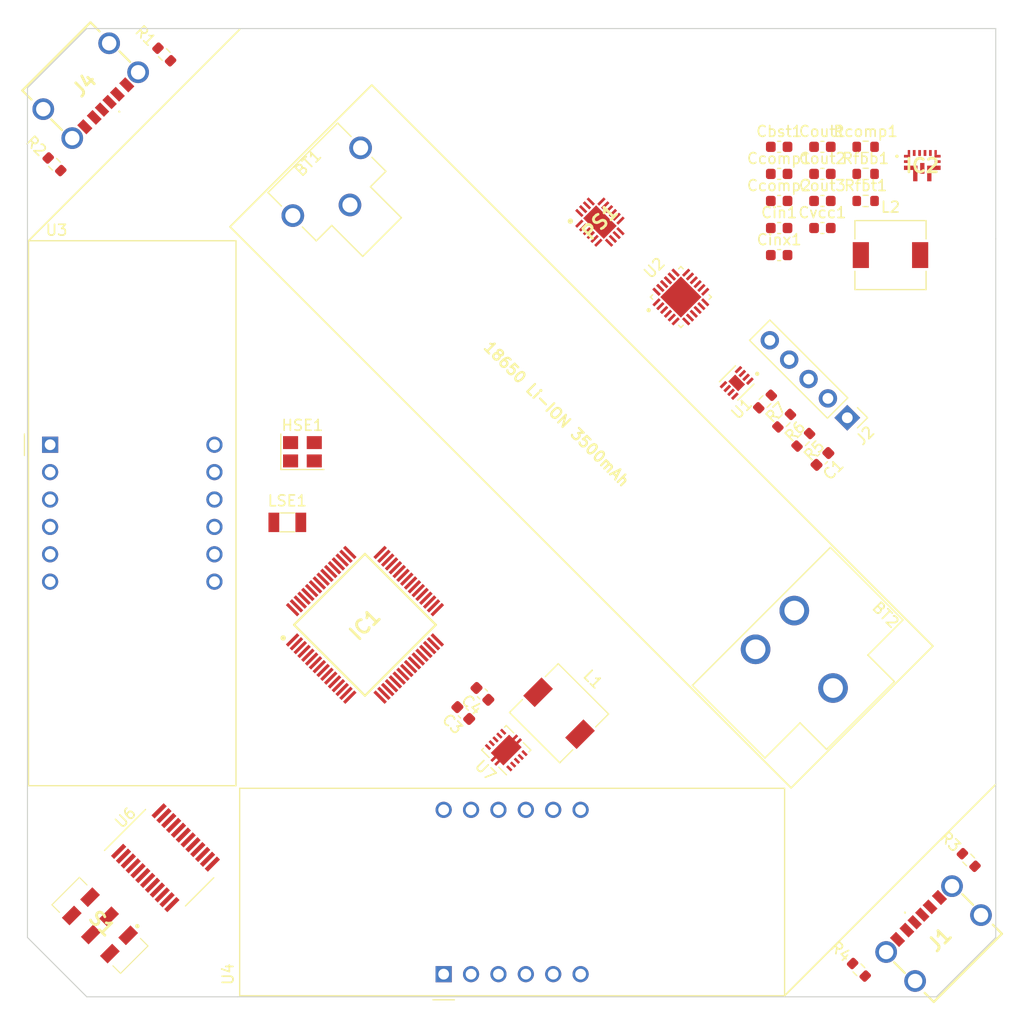
<source format=kicad_pcb>
(kicad_pcb (version 20221018) (generator pcbnew)
  (layers (0 "F.Cu" signal) (31 "B.Cu" signal) (34 "B.Paste" user) (35 "F.Paste" user) (36 "B.SilkS" user "B.Silkscreen") (37 "F.SilkS" user "F.Silkscreen") (38 "B.Mask" user) (39 "F.Mask" user) (44 "Edge.Cuts" user))
  (net 0 "")
  (net 1 "+BATT")
  (net 3 "Net-(J1-CC1)")
  (net 4 "GND")
  (net 5 "Net-(J1-CC2)")
  (net 6 "Net-(J4-CC1)")
  (net 7 "+5V_CHARGE")
  (net 8 "Net-(J4-CC2)")
  (net 33 "V_MCU_LOGIC")
  (net 34 "/INT")
  (net 35 "/SCL")
  (net 36 "/SDA")
  (net 37 "/segE")
  (net 38 "/segD")
  (net 39 "/segDP")
  (net 40 "/segC")
  (net 41 "/segG")
  (net 42 "/Digit3")
  (net 43 "/segB")
  (net 44 "/Digit2")
  (net 45 "/Digit1")
  (net 46 "/segF")
  (net 47 "/segA")
  (net 48 "/Digit0")
  (net 49 "/Digit7")
  (net 50 "/Digit6")
  (net 51 "/Digit5")
  (net 52 "/Digit4")
  (net 139 "V_SYS")
  (net 140 "+3V3")
  (net 141 "Net-(U7-L2)")
  (net 142 "Net-(U7-L1)")
  (net 143 "/EN3V3")
  (net 149 "Net-(IC2-BST)")
  (net 150 "Net-(IC2-SW_1)")
  (net 151 "Net-(Ccomp1-Pad1)")
  (net 152 "Net-(IC2-COMP)")
  (net 153 "+5V")
  (net 154 "Net-(IC2-VCC)")
  (net 155 "Net-(IC2-FB_1)")
  (net 156 "/EN5V0")
  (net 157 "+3V3_STM")
  (footprint "Resistor_SMD:R_0603_1608Metric" (layer "F.Cu") (at 107.294486 97.112148 -45)
    (fp_text reference "R3" (at -2.4 0 -225) (layer "F.SilkS"))
    (fp_text value "10k")
    (pad "1" smd roundrect (at -0.825 0 315) (size 0.8 0.95) (layers "F.Cu" "F.Paste" "F.Mask") (net 153 "+5V"))
    (pad "2" smd roundrect (at 0.825 0 315) (size 0.8 0.95) (layers "F.Cu" "F.Paste" "F.Mask") (net 5 "Net-(J1-CC2)"))
  )
  (footprint "Resistor_SMD:R_0603_1608Metric" (layer "F.Cu") (at 97.112148 107.294486 -45)
    (fp_text reference "R4" (at -2.4 0 -225) (layer "F.SilkS"))
    (fp_text value "10k")
    (pad "1" smd roundrect (at -0.825 0 315) (size 0.8 0.95) (layers "F.Cu" "F.Paste" "F.Mask") (net 153 "+5V"))
    (pad "2" smd roundrect (at 0.825 0 315) (size 0.8 0.95) (layers "F.Cu" "F.Paste" "F.Mask") (net 3 "Net-(J1-CC1)"))
  )
  (footprint "Display_7Segment:CC56-12GWA" (layer "F.Cu") (at 58.6 107.7 90)
    (fp_text reference "U4" (at 0 -20 90) (layer "F.SilkS"))
    (fp_text value "CC56-12GWA")
    (pad "1" thru_hole rect (at 0 0 90) (size 1.5 1.5) (drill 1) (layers "*.Cu" "*.Mask") (net 37 "/segE"))
    (pad "2" thru_hole circle (at 0 2.54 90) (size 1.5 1.5) (drill 1) (layers "*.Cu" "*.Mask") (net 38 "/segD"))
    (pad "3" thru_hole circle (at 0 5.08 90) (size 1.5 1.5) (drill 1) (layers "*.Cu" "*.Mask") (net 39 "/segDP"))
    (pad "4" thru_hole circle (at 0 7.62 90) (size 1.5 1.5) (drill 1) (layers "*.Cu" "*.Mask") (net 40 "/segC"))
    (pad "5" thru_hole circle (at 0 10.16 90) (size 1.5 1.5) (drill 1) (layers "*.Cu" "*.Mask") (net 41 "/segG"))
    (pad "6" thru_hole circle (at 0 12.7 90) (size 1.5 1.5) (drill 1) (layers "*.Cu" "*.Mask") (net 49 "/Digit7"))
    (pad "7" thru_hole circle (at 15.24 12.7 90) (size 1.5 1.5) (drill 1) (layers "*.Cu" "*.Mask") (net 43 "/segB"))
    (pad "8" thru_hole circle (at 15.24 10.16 90) (size 1.5 1.5) (drill 1) (layers "*.Cu" "*.Mask") (net 50 "/Digit6"))
    (pad "9" thru_hole circle (at 15.24 7.62 90) (size 1.5 1.5) (drill 1) (layers "*.Cu" "*.Mask") (net 51 "/Digit5"))
    (pad "10" thru_hole circle (at 15.24 5.08 90) (size 1.5 1.5) (drill 1) (layers "*.Cu" "*.Mask") (net 46 "/segF"))
    (pad "11" thru_hole circle (at 15.24 2.54 90) (size 1.5 1.5) (drill 1) (layers "*.Cu" "*.Mask") (net 47 "/segA"))
    (pad "12" thru_hole circle (at 15.24 0 90) (size 1.5 1.5) (drill 1) (layers "*.Cu" "*.Mask") (net 52 "/Digit4"))
  )
  (footprint "Package_SO:QSOP-24_3.9x8.7mm_P0.635mm" (layer "F.Cu") (at 32.8 96.9 45)
    (fp_text reference "U6" (at 0 -5.25 45) (layer "F.SilkS"))
    (fp_text value "AS1115-BSST")
    (pad "1" smd rect (at -2.6543 -3.4925 45) (size 1.6 0.41) (layers "F.Cu" "F.Paste" "F.Mask"))
    (pad "2" smd rect (at -2.6543 -2.8575 45) (size 1.6 0.41) (layers "F.Cu" "F.Paste" "F.Mask") (net 48 "/Digit0"))
    (pad "3" smd rect (at -2.6543 -2.2225 45) (size 1.6 0.41) (layers "F.Cu" "F.Paste" "F.Mask") (net 45 "/Digit1"))
    (pad "4" smd rect (at -2.6543 -1.5875 45) (size 1.6 0.41) (layers "F.Cu" "F.Paste" "F.Mask") (net 44 "/Digit2"))
    (pad "5" smd rect (at -2.6543 -0.9525 45) (size 1.6 0.41) (layers "F.Cu" "F.Paste" "F.Mask") (net 42 "/Digit3"))
    (pad "6" smd rect (at -2.6543 -0.3175 45) (size 1.6 0.41) (layers "F.Cu" "F.Paste" "F.Mask"))
    (pad "7" smd rect (at -2.6543 0.3175 45) (size 1.6 0.41) (layers "F.Cu" "F.Paste" "F.Mask") (net 52 "/Digit4"))
    (pad "8" smd rect (at -2.6543 0.9525 45) (size 1.6 0.41) (layers "F.Cu" "F.Paste" "F.Mask") (net 51 "/Digit5"))
    (pad "9" smd rect (at -2.6543 1.5875 45) (size 1.6 0.41) (layers "F.Cu" "F.Paste" "F.Mask") (net 50 "/Digit6"))
    (pad "10" smd rect (at -2.6543 2.2225 45) (size 1.6 0.41) (layers "F.Cu" "F.Paste" "F.Mask") (net 49 "/Digit7"))
    (pad "11" smd rect (at -2.6543 2.8575 45) (size 1.6 0.41) (layers "F.Cu" "F.Paste" "F.Mask"))
    (pad "12" smd rect (at -2.6543 3.4925 45) (size 1.6 0.41) (layers "F.Cu" "F.Paste" "F.Mask"))
    (pad "13" smd rect (at 2.6543 3.4925 45) (size 1.6 0.41) (layers "F.Cu" "F.Paste" "F.Mask"))
    (pad "14" smd rect (at 2.6543 2.8575 45) (size 1.6 0.41) (layers "F.Cu" "F.Paste" "F.Mask"))
    (pad "15" smd rect (at 2.6543 2.2225 45) (size 1.6 0.41) (layers "F.Cu" "F.Paste" "F.Mask") (net 47 "/segA"))
    (pad "16" smd rect (at 2.6543 1.5875 45) (size 1.6 0.41) (layers "F.Cu" "F.Paste" "F.Mask") (net 46 "/segF"))
    (pad "17" smd rect (at 2.6543 0.9525 45) (size 1.6 0.41) (layers "F.Cu" "F.Paste" "F.Mask") (net 43 "/segB"))
    (pad "18" smd rect (at 2.6543 0.3175 45) (size 1.6 0.41) (layers "F.Cu" "F.Paste" "F.Mask") (net 41 "/segG"))
    (pad "19" smd rect (at 2.6543 -0.3175 45) (size 1.6 0.41) (layers "F.Cu" "F.Paste" "F.Mask") (net 157 "+3V3_STM"))
    (pad "20" smd rect (at 2.6543 -0.9525 45) (size 1.6 0.41) (layers "F.Cu" "F.Paste" "F.Mask") (net 40 "/segC"))
    (pad "21" smd rect (at 2.6543 -1.5875 45) (size 1.6 0.41) (layers "F.Cu" "F.Paste" "F.Mask") (net 37 "/segE"))
    (pad "22" smd rect (at 2.6543 -2.2225 45) (size 1.6 0.41) (layers "F.Cu" "F.Paste" "F.Mask") (net 39 "/segDP"))
    (pad "23" smd rect (at 2.6543 -2.8575 45) (size 1.6 0.41) (layers "F.Cu" "F.Paste" "F.Mask") (net 38 "/segD"))
    (pad "24" smd rect (at 2.6543 -3.4925 45) (size 1.6 0.41) (layers "F.Cu" "F.Paste" "F.Mask"))
  )
  (footprint "Capacitor_SMD:C_0603_1608Metric" (layer "F.Cu") (at 93.725 38.5)
    (fp_text reference "Cvcc1" (at 0 -1.43) (layer "F.SilkS"))
    (fp_text value "2.2u")
    (pad "1" smd roundrect (at -0.775 0) (size 0.9 0.95) (layers "F.Cu" "F.Paste" "F.Mask") (net 154 "Net-(IC2-VCC)"))
    (pad "2" smd roundrect (at 0.775 0) (size 0.9 0.95) (layers "F.Cu" "F.Paste" "F.Mask") (net 4 "GND"))
  )
  (footprint "Resistor_SMD:R_0603_1608Metric" (layer "F.Cu") (at 97.734999 35.99)
    (fp_text reference "Rfbt1" (at 0 -1.43) (layer "F.SilkS"))
    (fp_text value "357k")
    (pad "1" smd roundrect (at -0.825 0) (size 0.8 0.95) (layers "F.Cu" "F.Paste" "F.Mask") (net 153 "+5V"))
    (pad "2" smd roundrect (at 0.825 0) (size 0.8 0.95) (layers "F.Cu" "F.Paste" "F.Mask") (net 155 "Net-(IC2-FB_1)"))
  )
  (footprint "Capacitor_SMD:C_0603_1608Metric" (layer "F.Cu") (at 93.725 30.97)
    (fp_text reference "Cout1" (at 0 -1.43) (layer "F.SilkS"))
    (fp_text value "47u")
    (pad "1" smd roundrect (at -0.775 0) (size 0.9 0.95) (layers "F.Cu" "F.Paste" "F.Mask") (net 153 "+5V"))
    (pad "2" smd roundrect (at 0.775 0) (size 0.9 0.95) (layers "F.Cu" "F.Paste" "F.Mask") (net 4 "GND"))
  )
  (footprint "Capacitor_SMD:C_0603_1608Metric" (layer "F.Cu") (at 93.728121 59.916025 -135)
    (fp_text reference "C1" (at 0 -1.43 45) (layer "F.SilkS"))
    (fp_text value "0.1u")
    (pad "1" smd roundrect (at -0.775 0 225) (size 0.9 0.95) (layers "F.Cu" "F.Paste" "F.Mask") (net 1 "+BATT"))
    (pad "2" smd roundrect (at 0.775 0 225) (size 0.9 0.95) (layers "F.Cu" "F.Paste" "F.Mask") (net 4 "GND"))
  )
  (footprint "Capacitor_SMD:C_0603_1608Metric" (layer "F.Cu") (at 60.418555 83.481011 135)
    (fp_text reference "C3" (at 0 -1.43 135) (layer "F.SilkS"))
    (fp_text value "10u")
    (pad "1" smd roundrect (at -0.775 0 135) (size 0.9 0.95) (layers "F.Cu" "F.Paste" "F.Mask") (net 139 "V_SYS"))
    (pad "2" smd roundrect (at 0.775 0 135) (size 0.9 0.95) (layers "F.Cu" "F.Paste" "F.Mask") (net 4 "GND"))
  )
  (footprint "STM32F030R8T6:QFP50P1200X1200X160-64N" (layer "F.Cu") (at 51.3 75.3 45)
    (fp_text reference "IC1" (at 0 0 45) (layer "F.SilkS") (effects (font (size 1.27 1.27) (thickness 0.254))))
    (fp_text value "STM32F030R8T6" hide)
    (pad "1" smd rect (at -5.738 -3.75 135) (size 0.3 1.475) (layers "F.Cu" "F.Paste" "F.Mask"))
    (pad "2" smd rect (at -5.738 -3.25 135) (size 0.3 1.475) (layers "F.Cu" "F.Paste" "F.Mask"))
    (pad "3" smd rect (at -5.738 -2.75 135) (size 0.3 1.475) (layers "F.Cu" "F.Paste" "F.Mask"))
    (pad "4" smd rect (at -5.738 -2.25 135) (size 0.3 1.475) (layers "F.Cu" "F.Paste" "F.Mask"))
    (pad "5" smd rect (at -5.738 -1.75 135) (size 0.3 1.475) (layers "F.Cu" "F.Paste" "F.Mask"))
    (pad "6" smd rect (at -5.738 -1.25 135) (size 0.3 1.475) (layers "F.Cu" "F.Paste" "F.Mask"))
    (pad "7" smd rect (at -5.738 -0.75 135) (size 0.3 1.475) (layers "F.Cu" "F.Paste" "F.Mask"))
    (pad "8" smd rect (at -5.738 -0.25 135) (size 0.3 1.475) (layers "F.Cu" "F.Paste" "F.Mask"))
    (pad "9" smd rect (at -5.738 0.25 135) (size 0.3 1.475) (layers "F.Cu" "F.Paste" "F.Mask"))
    (pad "10" smd rect (at -5.738 0.75 135) (size 0.3 1.475) (layers "F.Cu" "F.Paste" "F.Mask"))
    (pad "11" smd rect (at -5.738 1.25 135) (size 0.3 1.475) (layers "F.Cu" "F.Paste" "F.Mask"))
    (pad "12" smd rect (at -5.738 1.75 135) (size 0.3 1.475) (layers "F.Cu" "F.Paste" "F.Mask"))
    (pad "13" smd rect (at -5.738 2.25 135) (size 0.3 1.475) (layers "F.Cu" "F.Paste" "F.Mask"))
    (pad "14" smd rect (at -5.738 2.75 135) (size 0.3 1.475) (layers "F.Cu" "F.Paste" "F.Mask"))
    (pad "15" smd rect (at -5.738 3.25 135) (size 0.3 1.475) (layers "F.Cu" "F.Paste" "F.Mask"))
    (pad "16" smd rect (at -5.738 3.75 135) (size 0.3 1.475) (layers "F.Cu" "F.Paste" "F.Mask"))
    (pad "17" smd rect (at -3.75 5.738 45) (size 0.3 1.475) (layers "F.Cu" "F.Paste" "F.Mask"))
    (pad "18" smd rect (at -3.25 5.738 45) (size 0.3 1.475) (layers "F.Cu" "F.Paste" "F.Mask"))
    (pad "19" smd rect (at -2.75 5.738 45) (size 0.3 1.475) (layers "F.Cu" "F.Paste" "F.Mask"))
    (pad "20" smd rect (at -2.25 5.738 45) (size 0.3 1.475) (layers "F.Cu" "F.Paste" "F.Mask"))
    (pad "21" smd rect (at -1.75 5.738 45) (size 0.3 1.475) (layers "F.Cu" "F.Paste" "F.Mask"))
    (pad "22" smd rect (at -1.25 5.738 45) (size 0.3 1.475) (layers "F.Cu" "F.Paste" "F.Mask"))
    (pad "23" smd rect (at -0.75 5.738 45) (size 0.3 1.475) (layers "F.Cu" "F.Paste" "F.Mask"))
    (pad "24" smd rect (at -0.25 5.738 45) (size 0.3 1.475) (layers "F.Cu" "F.Paste" "F.Mask"))
    (pad "25" smd rect (at 0.25 5.738 45) (size 0.3 1.475) (layers "F.Cu" "F.Paste" "F.Mask"))
    (pad "26" smd rect (at 0.75 5.738 45) (size 0.3 1.475) (layers "F.Cu" "F.Paste" "F.Mask"))
    (pad "27" smd rect (at 1.25 5.738 45) (size 0.3 1.475) (layers "F.Cu" "F.Paste" "F.Mask"))
    (pad "28" smd rect (at 1.75 5.738 45) (size 0.3 1.475) (layers "F.Cu" "F.Paste" "F.Mask"))
    (pad "29" smd rect (at 2.25 5.738 45) (size 0.3 1.475) (layers "F.Cu" "F.Paste" "F.Mask"))
    (pad "30" smd rect (at 2.75 5.738 45) (size 0.3 1.475) (layers "F.Cu" "F.Paste" "F.Mask"))
    (pad "31" smd rect (at 3.25 5.738 45) (size 0.3 1.475) (layers "F.Cu" "F.Paste" "F.Mask"))
    (pad "32" smd rect (at 3.75 5.738 45) (size 0.3 1.475) (layers "F.Cu" "F.Paste" "F.Mask"))
    (pad "33" smd rect (at 5.738 3.75 135) (size 0.3 1.475) (layers "F.Cu" "F.Paste" "F.Mask"))
    (pad "34" smd rect (at 5.738 3.25 135) (size 0.3 1.475) (layers "F.Cu" "F.Paste" "F.Mask"))
    (pad "35" smd rect (at 5.738 2.75 135) (size 0.3 1.475) (layers "F.Cu" "F.Paste" "F.Mask"))
    (pad "36" smd rect (at 5.738 2.25 135) (size 0.3 1.475) (layers "F.Cu" "F.Paste" "F.Mask"))
    (pad "37" smd rect (at 5.738 1.75 135) (size 0.3 1.475) (layers "F.Cu" "F.Paste" "F.Mask"))
    (pad "38" smd rect (at 5.738 1.25 135) (size 0.3 1.475) (layers "F.Cu" "F.Paste" "F.Mask"))
    (pad "39" smd rect (at 5.738 0.75 135) (size 0.3 1.475) (layers "F.Cu" "F.Paste" "F.Mask"))
    (pad "40" smd rect (at 5.738 0.25 135) (size 0.3 1.475) (layers "F.Cu" "F.Paste" "F.Mask"))
    (pad "41" smd rect (at 5.738 -0.25 135) (size 0.3 1.475) (layers "F.Cu" "F.Paste" "F.Mask"))
    (pad "42" smd rect (at 5.738 -0.75 135) (size 0.3 1.475) (layers "F.Cu" "F.Paste" "F.Mask"))
    (pad "43" smd rect (at 5.738 -1.25 135) (size 0.3 1.475) (layers "F.Cu" "F.Paste" "F.Mask"))
    (pad "44" smd rect (at 5.738 -1.75 135) (size 0.3 1.475) (layers "F.Cu" "F.Paste" "F.Mask"))
    (pad "45" smd rect (at 5.738 -2.25 135) (size 0.3 1.475) (layers "F.Cu" "F.Paste" "F.Mask"))
    (pad "46" smd rect (at 5.738 -2.75 135) (size 0.3 1.475) (layers "F.Cu" "F.Paste" "F.Mask"))
    (pad "47" smd rect (at 5.738 -3.25 135) (size 0.3 1.475) (layers "F.Cu" "F.Paste" "F.Mask"))
    (pad "48" smd rect (at 5.738 -3.75 135) (size 0.3 1.475) (layers "F.Cu" "F.Paste" "F.Mask"))
    (pad "49" smd rect (at 3.75 -5.738 45) (size 0.3 1.475) (layers "F.Cu" "F.Paste" "F.Mask"))
    (pad "50" smd rect (at 3.25 -5.738 45) (size 0.3 1.475) (layers "F.Cu" "F.Paste" "F.Mask"))
    (pad "51" smd rect (at 2.75 -5.738 45) (size 0.3 1.475) (layers "F.Cu" "F.Paste" "F.Mask"))
    (pad "52" smd rect (at 2.25 -5.738 45) (size 0.3 1.475) (layers "F.Cu" "F.Paste" "F.Mask"))
    (pad "53" smd rect (at 1.75 -5.738 45) (size 0.3 1.475) (layers "F.Cu" "F.Paste" "F.Mask"))
    (pad "54" smd rect (at 1.25 -5.738 45) (size 0.3 1.475) (layers "F.Cu" "F.Paste" "F.Mask"))
    (pad "55" smd rect (at 0.75 -5.738 45) (size 0.3 1.475) (layers "F.Cu" "F.Paste" "F.Mask"))
    (pad "56" smd rect (at 0.25 -5.738 45) (size 0.3 1.475) (layers "F.Cu" "F.Paste" "F.Mask"))
    (pad "57" smd rect (at -0.25 -5.738 45) (size 0.3 1.475) (layers "F.Cu" "F.Paste" "F.Mask"))
    (pad "58" smd rect (at -0.75 -5.738 45) (size 0.3 1.475) (layers "F.Cu" "F.Paste" "F.Mask"))
    (pad "59" smd rect (at -1.25 -5.738 45) (size 0.3 1.475) (layers "F.Cu" "F.Paste" "F.Mask"))
    (pad "60" smd rect (at -1.75 -5.738 45) (size 0.3 1.475) (layers "F.Cu" "F.Paste" "F.Mask"))
    (pad "61" smd rect (at -2.25 -5.738 45) (size 0.3 1.475) (layers "F.Cu" "F.Paste" "F.Mask"))
    (pad "62" smd rect (at -2.75 -5.738 45) (size 0.3 1.475) (layers "F.Cu" "F.Paste" "F.Mask"))
    (pad "63" smd rect (at -3.25 -5.738 45) (size 0.3 1.475) (layers "F.Cu" "F.Paste" "F.Mask"))
    (pad "64" smd rect (at -3.75 -5.738 45) (size 0.3 1.475) (layers "F.Cu" "F.Paste" "F.Mask"))
  )
  (footprint "Capacitor_SMD:C_0603_1608Metric" (layer "F.Cu") (at 62.193393 81.706173 135)
    (fp_text reference "C4" (at 0 -1.43 135) (layer "F.SilkS"))
    (fp_text value "33u")
    (pad "1" smd roundrect (at -0.775 0 135) (size 0.9 0.95) (layers "F.Cu" "F.Paste" "F.Mask") (net 140 "+3V3"))
    (pad "2" smd roundrect (at 0.775 0 135) (size 0.9 0.95) (layers "F.Cu" "F.Paste" "F.Mask") (net 4 "GND"))
  )
  (footprint "BQ24296MRGER:QFN50P400X400X100-25N" (layer "F.Cu") (at 80.6 44.9 45)
    (fp_text reference "U2" (at 0.165 -3.645 45) (layer "F.SilkS"))
    (fp_text value "BQ24296MRGER")
    (pad "1" smd roundrect (at -1.945 -1.25 45) (size 0.84 0.26) (layers "F.Cu" "F.Paste" "F.Mask") (roundrect_rratio 0.125))
    (pad "2" smd roundrect (at -1.945 -0.75 45) (size 0.84 0.26) (layers "F.Cu" "F.Paste" "F.Mask") (roundrect_rratio 0.125) (net 4 "GND"))
    (pad "3" smd roundrect (at -1.945 -0.25 45) (size 0.84 0.26) (layers "F.Cu" "F.Paste" "F.Mask") (roundrect_rratio 0.125))
    (pad "4" smd roundrect (at -1.945 0.25 45) (size 0.84 0.26) (layers "F.Cu" "F.Paste" "F.Mask") (roundrect_rratio 0.125))
    (pad "5" smd roundrect (at -1.945 0.75 45) (size 0.84 0.26) (layers "F.Cu" "F.Paste" "F.Mask") (roundrect_rratio 0.125))
    (pad "6" smd roundrect (at -1.945 1.25 45) (size 0.84 0.26) (layers "F.Cu" "F.Paste" "F.Mask") (roundrect_rratio 0.125))
    (pad "7" smd roundrect (at -1.25 1.945 45) (size 0.26 0.84) (layers "F.Cu" "F.Paste" "F.Mask") (roundrect_rratio 0.125))
    (pad "8" smd roundrect (at -0.75 1.945 45) (size 0.26 0.84) (layers "F.Cu" "F.Paste" "F.Mask") (roundrect_rratio 0.125))
    (pad "9" smd roundrect (at -0.25 1.945 45) (size 0.26 0.84) (layers "F.Cu" "F.Paste" "F.Mask") (roundrect_rratio 0.125))
    (pad "10" smd roundrect (at 0.25 1.945 45) (size 0.26 0.84) (layers "F.Cu" "F.Paste" "F.Mask") (roundrect_rratio 0.125))
    (pad "11" smd roundrect (at 0.75 1.945 45) (size 0.26 0.84) (layers "F.Cu" "F.Paste" "F.Mask") (roundrect_rratio 0.125))
    (pad "12" smd roundrect (at 1.25 1.945 45) (size 0.26 0.84) (layers "F.Cu" "F.Paste" "F.Mask") (roundrect_rratio 0.125))
    (pad "13" smd roundrect (at 1.945 1.25 45) (size 0.84 0.26) (layers "F.Cu" "F.Paste" "F.Mask") (roundrect_rratio 0.125))
    (pad "14" smd roundrect (at 1.945 0.75 45) (size 0.84 0.26) (layers "F.Cu" "F.Paste" "F.Mask") (roundrect_rratio 0.125))
    (pad "15" smd roundrect (at 1.945 0.25 45) (size 0.84 0.26) (layers "F.Cu" "F.Paste" "F.Mask") (roundrect_rratio 0.125))
    (pad "16" smd roundrect (at 1.945 -0.25 45) (size 0.84 0.26) (layers "F.Cu" "F.Paste" "F.Mask") (roundrect_rratio 0.125))
    (pad "17" smd roundrect (at 1.945 -0.75 45) (size 0.84 0.26) (layers "F.Cu" "F.Paste" "F.Mask") (roundrect_rratio 0.125))
    (pad "18" smd roundrect (at 1.945 -1.25 45) (size 0.84 0.26) (layers "F.Cu" "F.Paste" "F.Mask") (roundrect_rratio 0.125))
    (pad "19" smd roundrect (at 1.25 -1.945 45) (size 0.27 0.86) (layers "F.Cu" "F.Paste" "F.Mask") (roundrect_rratio 0.125))
    (pad "20" smd roundrect (at 0.75 -1.945 45) (size 0.27 0.86) (layers "F.Cu" "F.Paste" "F.Mask") (roundrect_rratio 0.125))
    (pad "21" smd roundrect (at 0.25 -1.945 45) (size 0.27 0.86) (layers "F.Cu" "F.Paste" "F.Mask") (roundrect_rratio 0.125))
    (pad "22" smd roundrect (at -0.25 -1.945 45) (size 0.27 0.86) (layers "F.Cu" "F.Paste" "F.Mask") (roundrect_rratio 0.125))
    (pad "23" smd roundrect (at -0.75 -1.945 45) (size 0.27 0.86) (layers "F.Cu" "F.Paste" "F.Mask") (roundrect_rratio 0.125))
    (pad "24" smd roundrect (at -1.25 -1.945 45) (size 0.27 0.86) (layers "F.Cu" "F.Paste" "F.Mask") (roundrect_rratio 0.125))
    (pad "25" smd rect (at 0 0 45) (size 2.7 2.7) (layers "F.Cu" "F.Mask"))
  )
  (footprint "Resistor_SMD:R_0603_1608Metric" (layer "F.Cu") (at 90.178445 56.366349 -135)
    (fp_text reference "R6" (at 0 -1.43 45) (layer "F.SilkS"))
    (fp_text value "10k")
    (pad "1" smd roundrect (at -0.825 0 225) (size 0.8 0.95) (layers "F.Cu" "F.Paste" "F.Mask") (net 33 "V_MCU_LOGIC"))
    (pad "2" smd roundrect (at 0.825 0 225) (size 0.8 0.95) (layers "F.Cu" "F.Paste" "F.Mask") (net 36 "/SDA"))
  )
  (footprint "Capacitor_SMD:C_0603_1608Metric" (layer "F.Cu") (at 93.725 33.48)
    (fp_text reference "Cout2" (at 0 -1.43) (layer "F.SilkS"))
    (fp_text value "47u")
    (pad "1" smd roundrect (at -0.775 0) (size 0.9 0.95) (layers "F.Cu" "F.Paste" "F.Mask") (net 153 "+5V"))
    (pad "2" smd roundrect (at 0.775 0) (size 0.9 0.95) (layers "F.Cu" "F.Paste" "F.Mask") (net 4 "GND"))
  )
  (footprint "Inductor_SMD:L_6.3x6.3_H3" (layer "F.Cu") (at 100.040001 41.01)
    (fp_text reference "L2" (at 0 -4.45) (layer "F.SilkS"))
    (fp_text value "1.5u")
    (pad "1" smd rect (at -2.75 0) (size 1.5 2.4) (layers "F.Cu" "F.Paste" "F.Mask") (net 150 "Net-(IC2-SW_1)"))
    (pad "2" smd rect (at 2.75 0) (size 1.5 2.4) (layers "F.Cu" "F.Paste" "F.Mask") (net 139 "V_SYS"))
  )
  (footprint "Display_7Segment:CC56-12GWA" (layer "F.Cu") (at 22.1 58.6)
    (fp_text reference "U3" (at 0.6 -19.9) (layer "F.SilkS"))
    (fp_text value "CC56-12GWA")
    (pad "1" thru_hole rect (at 0 0) (size 1.5 1.5) (drill 1) (layers "*.Cu" "*.Mask") (net 37 "/segE"))
    (pad "2" thru_hole circle (at 0 2.54) (size 1.5 1.5) (drill 1) (layers "*.Cu" "*.Mask") (net 38 "/segD"))
    (pad "3" thru_hole circle (at 0 5.08) (size 1.5 1.5) (drill 1) (layers "*.Cu" "*.Mask") (net 39 "/segDP"))
    (pad "4" thru_hole circle (at 0 7.62) (size 1.5 1.5) (drill 1) (layers "*.Cu" "*.Mask") (net 40 "/segC"))
    (pad "5" thru_hole circle (at 0 10.16) (size 1.5 1.5) (drill 1) (layers "*.Cu" "*.Mask") (net 41 "/segG"))
    (pad "6" thru_hole circle (at 0 12.7) (size 1.5 1.5) (drill 1) (layers "*.Cu" "*.Mask") (net 42 "/Digit3"))
    (pad "7" thru_hole circle (at 15.24 12.7) (size 1.5 1.5) (drill 1) (layers "*.Cu" "*.Mask") (net 43 "/segB"))
    (pad "8" thru_hole circle (at 15.24 10.16) (size 1.5 1.5) (drill 1) (layers "*.Cu" "*.Mask") (net 44 "/Digit2"))
    (pad "9" thru_hole circle (at 15.24 7.62) (size 1.5 1.5) (drill 1) (layers "*.Cu" "*.Mask") (net 45 "/Digit1"))
    (pad "10" thru_hole circle (at 15.24 5.08) (size 1.5 1.5) (drill 1) (layers "*.Cu" "*.Mask") (net 46 "/segF"))
    (pad "11" thru_hole circle (at 15.24 2.54) (size 1.5 1.5) (drill 1) (layers "*.Cu" "*.Mask") (net 47 "/segA"))
    (pad "12" thru_hole circle (at 15.24 0) (size 1.5 1.5) (drill 1) (layers "*.Cu" "*.Mask") (net 48 "/Digit0"))
  )
  (footprint "Capacitor_SMD:C_0603_1608Metric" (layer "F.Cu") (at 89.715 30.97)
    (fp_text reference "Cbst1" (at 0 -1.43) (layer "F.SilkS"))
    (fp_text value "100n")
    (pad "1" smd roundrect (at -0.775 0) (size 0.9 0.95) (layers "F.Cu" "F.Paste" "F.Mask") (net 149 "Net-(IC2-BST)"))
    (pad "2" smd roundrect (at 0.775 0) (size 0.9 0.95) (layers "F.Cu" "F.Paste" "F.Mask") (net 150 "Net-(IC2-SW_1)"))
  )
  (footprint "Resistor_SMD:R_0603_1608Metric" (layer "F.Cu") (at 88.403607 54.591511 -135)
    (fp_text reference "R7" (at 0 -1.43 45) (layer "F.SilkS"))
    (fp_text value "10k")
    (pad "1" smd roundrect (at -0.825 0 225) (size 0.8 0.95) (layers "F.Cu" "F.Paste" "F.Mask") (net 33 "V_MCU_LOGIC"))
    (pad "2" smd roundrect (at 0.825 0 225) (size 0.8 0.95) (layers "F.Cu" "F.Paste" "F.Mask") (net 34 "/INT"))
  )
  (footprint "Capacitor_SMD:C_0603_1608Metric" (layer "F.Cu") (at 89.715 35.99)
    (fp_text reference "Ccomp2" (at 0 -1.43) (layer "F.SilkS"))
    (fp_text value "82p")
    (pad "1" smd roundrect (at -0.775 0) (size 0.9 0.95) (layers "F.Cu" "F.Paste" "F.Mask") (net 152 "Net-(IC2-COMP)"))
    (pad "2" smd roundrect (at 0.775 0) (size 0.9 0.95) (layers "F.Cu" "F.Paste" "F.Mask") (net 4 "GND"))
  )
  (footprint "54:BAT_54" (layer "F.Cu") (at 92.661451 79.113637 -45)
    (fp_text reference "BT2" (at 1.55 -8.25 -225) (layer "F.SilkS"))
    (fp_text value "54")
    (pad "1_1" thru_hole circle (at -4.72 -2.54 315) (size 2.745 2.745) (drill 1.83) (layers "*.Cu" "*.Mask") (net 1 "+BATT"))
    (pad "1_2" thru_hole circle (at -4.72 2.54 315) (size 2.745 2.745) (drill 1.83) (layers "*.Cu" "*.Mask") (net 1 "+BATT"))
    (pad "1_3" thru_hole circle (at 2.9 0 315) (size 2.745 2.745) (drill 1.83) (layers "*.Cu" "*.Mask") (net 1 "+BATT"))
  )
  (footprint "MAX17048G_T10:SON50P200X200X80-9N" (layer "F.Cu") (at 85.77317 52.86617 -135)
    (fp_text reference "U1" (at 1.365 -2.017 45) (layer "F.SilkS"))
    (fp_text value "MAX17048G_T10")
    (pad "1" smd roundrect (at -0.985 -0.75 225) (size 0.76 0.27) (layers "F.Cu" "F.Paste" "F.Mask") (roundrect_rratio 0.125) (net 4 "GND"))
    (pad "2" smd roundrect (at -0.985 -0.25 225) (size 0.76 0.27) (layers "F.Cu" "F.Paste" "F.Mask") (roundrect_rratio 0.125) (net 1 "+BATT"))
    (pad "3" smd roundrect (at -0.985 0.25 225) (size 0.76 0.27) (layers "F.Cu" "F.Paste" "F.Mask") (roundrect_rratio 0.125) (net 1 "+BATT"))
    (pad "4" smd roundrect (at -0.985 0.75 225) (size 0.76 0.27) (layers "F.Cu" "F.Paste" "F.Mask") (roundrect_rratio 0.125) (net 4 "GND"))
    (pad "5" smd roundrect (at 0.985 0.75 225) (size 0.76 0.27) (layers "F.Cu" "F.Paste" "F.Mask") (roundrect_rratio 0.125) (net 34 "/INT"))
    (pad "6" smd roundrect (at 0.985 0.25 225) (size 0.76 0.27) (layers "F.Cu" "F.Paste" "F.Mask") (roundrect_rratio 0.125) (net 4 "GND"))
    (pad "7" smd roundrect (at 0.985 -0.25 225) (size 0.76 0.27) (layers "F.Cu" "F.Paste" "F.Mask") (roundrect_rratio 0.125) (net 35 "/SCL"))
    (pad "8" smd roundrect (at 0.985 -0.75 225) (size 0.76 0.27) (layers "F.Cu" "F.Paste" "F.Mask") (roundrect_rratio 0.125) (net 36 "/SDA"))
    (pad "9" smd rect (at 0 0 225) (size 0.9 1.3) (layers "F.Cu" "F.Mask") (net 4 "GND"))
  )
  (footprint "590:BAT_590" (layer "F.Cu") (at 49.909775 36.361961 45)
    (fp_text reference "BT1" (at 0 -5.49 45) (layer "F.SilkS"))
    (fp_text value "590")
    (pad "N1" thru_hole circle (at 0 0 45) (size 2.1 2.1) (drill 1.4) (layers "*.Cu" "*.Mask") (net 4 "GND"))
    (pad "N2" thru_hole circle (at -4.445 -3.05 45) (size 2.1 2.1) (drill 1.4) (layers "*.Cu" "*.Mask") (net 4 "GND"))
    (pad "N3" thru_hole circle (at 4.445 -3.05 45) (size 2.1 2.1) (drill 1.4) (layers "*.Cu" "*.Mask") (net 4 "GND"))
  )
  (footprint "Resistor_SMD:R_0603_1608Metric" (layer "F.Cu") (at 22.505514 32.58785 -45)
    (fp_text reference "R2" (at -2.4 0 -225) (layer "F.SilkS"))
    (fp_text value "5.1k")
    (pad "1" smd roundrect (at -0.825 0 315) (size 0.8 0.95) (layers "F.Cu" "F.Paste" "F.Mask") (net 8 "Net-(J4-CC2)"))
    (pad "2" smd roundrect (at 0.825 0 315) (size 0.8 0.95) (layers "F.Cu" "F.Paste" "F.Mask") (net 4 "GND"))
  )
  (footprint "SamacSys:JS202011JCQN" (layer "F.Cu") (at 26.9 103 135)
    (fp_text reference "S1" (at 0 0 135) (layer "F.SilkS") (effects (font (size 1.27 1.27) (thickness 0.254))))
    (fp_text value "JS202011JCQN" hide)
    (pad "1" smd rect (at -2.5 0.95 135) (size 1 1.6) (layers "F.Cu" "F.Paste" "F.Mask"))
    (pad "2" smd rect (at 0 0.95 135) (size 1 1.6) (layers "F.Cu" "F.Paste" "F.Mask"))
    (pad "3" smd rect (at 2.5 0.95 135) (size 1 1.6) (layers "F.Cu" "F.Paste" "F.Mask"))
    (pad "5" smd rect (at 2.5 -1.45 135) (size 1 1.6) (layers "F.Cu" "F.Paste" "F.Mask") (net 157 "+3V3_STM"))
    (pad "6" smd rect (at 0 -1.45 135) (size 1 1.6) (layers "F.Cu" "F.Paste" "F.Mask") (net 140 "+3V3"))
    (pad "7" smd rect (at -2.5 -1.45 135) (size 1 1.6) (layers "F.Cu" "F.Paste" "F.Mask"))
  )
  (footprint "SamacSys:USB4125GFA" (layer "F.Cu") (at 25.3 25.2 -135)
    (fp_text reference "J4" (at 0.04 0 45) (layer "F.SilkS") (effects (font (size 1.27 1.27) (thickness 0.254))))
    (fp_text value "USB4125-GF-A" hide)
    (pad "A5" smd rect (at -0.5 -2.778 225) (size 0.7 1.2) (layers "F.Cu" "F.Paste" "F.Mask") (net 6 "Net-(J4-CC1)"))
    (pad "A9" smd rect (at 1.52 -2.778 225) (size 0.76 1.2) (layers "F.Cu" "F.Paste" "F.Mask") (net 7 "+5V_CHARGE"))
    (pad "A12" smd rect (at 2.75 -2.778 225) (size 0.8 1.2) (layers "F.Cu" "F.Paste" "F.Mask") (net 4 "GND"))
    (pad "B5" smd rect (at 0.5 -2.778 225) (size 0.7 1.2) (layers "F.Cu" "F.Paste" "F.Mask") (net 8 "Net-(J4-CC2)"))
    (pad "B9" smd rect (at -1.52 -2.778 225) (size 0.76 1.2) (layers "F.Cu" "F.Paste" "F.Mask") (net 7 "+5V_CHARGE"))
    (pad "B12" smd rect (at -2.75 -2.778 225) (size 0.8 1.2) (layers "F.Cu" "F.Paste" "F.Mask") (net 4 "GND"))
    (pad "MH1" thru_hole circle (at 4.32 -2.698 225) (size 2.01 2.01) (drill 1.34) (layers "*.Cu" "*.Mask") (net 4 "GND"))
    (pad "MH2" thru_hole circle (at 4.32 1.102 225) (size 2.01 2.01) (drill 1.34) (layers "*.Cu" "*.Mask") (net 4 "GND"))
    (pad "MH3" thru_hole circle (at -4.32 1.102 225) (size 2.01 2.01) (drill 1.34) (layers "*.Cu" "*.Mask") (net 4 "GND"))
    (pad "MH4" thru_hole circle (at -4.32 -2.698 225) (size 2.01 2.01) (drill 1.34) (layers "*.Cu" "*.Mask") (net 4 "GND"))
  )
  (footprint "Capacitor_SMD:C_0603_1608Metric" (layer "F.Cu") (at 89.715 33.48)
    (fp_text reference "Ccomp1" (at 0 -1.43) (layer "F.SilkS"))
    (fp_text value "39n")
    (pad "1" smd roundrect (at -0.775 0) (size 0.9 0.95) (layers "F.Cu" "F.Paste" "F.Mask") (net 151 "Net-(Ccomp1-Pad1)"))
    (pad "2" smd roundrect (at 0.775 0) (size 0.9 0.95) (layers "F.Cu" "F.Paste" "F.Mask") (net 4 "GND"))
  )
  (footprint "Resistor_SMD:R_0603_1608Metric" (layer "F.Cu") (at 91.953283 58.141187 -135)
    (fp_text reference "R5" (at 0 -1.43 45) (layer "F.SilkS"))
    (fp_text value "10k")
    (pad "1" smd roundrect (at -0.825 0 225) (size 0.8 0.95) (layers "F.Cu" "F.Paste" "F.Mask") (net 33 "V_MCU_LOGIC"))
    (pad "2" smd roundrect (at 0.825 0 225) (size 0.8 0.95) (layers "F.Cu" "F.Paste" "F.Mask") (net 35 "/SCL"))
  )
  (footprint "Capacitor_SMD:C_0603_1608Metric" (layer "F.Cu") (at 93.725 35.99)
    (fp_text reference "Cout3" (at 0 -1.43) (layer "F.SilkS"))
    (fp_text value "47u")
    (pad "1" smd roundrect (at -0.775 0) (size 0.9 0.95) (layers "F.Cu" "F.Paste" "F.Mask") (net 153 "+5V"))
    (pad "2" smd roundrect (at 0.775 0) (size 0.9 0.95) (layers "F.Cu" "F.Paste" "F.Mask") (net 4 "GND"))
  )
  (footprint "Crystal:Crystal_SMD_3225-4Pin_3.2x2.5mm" (layer "F.Cu") (at 45.5 59.25)
    (fp_text reference "HSE1" (at 0 -2.45) (layer "F.SilkS"))
    (fp_text value "8MHz")
    (pad "1" smd rect (at -1.1 0.85) (size 1.4 1.2) (layers "F.Cu" "F.Paste" "F.Mask"))
    (pad "2" smd rect (at 1.1 0.85) (size 1.4 1.2) (layers "F.Cu" "F.Paste" "F.Mask") (net 4 "GND"))
    (pad "3" smd rect (at 1.1 -0.85) (size 1.4 1.2) (layers "F.Cu" "F.Paste" "F.Mask"))
    (pad "4" smd rect (at -1.1 -0.85) (size 1.4 1.2) (layers "F.Cu" "F.Paste" "F.Mask") (net 4 "GND"))
  )
  (footprint "Package_SON:Texas_DRC0010J" (layer "F.Cu") (at 64.402944 86.917157 135)
    (fp_text reference "U7" (at 0.02032 -2.7 135) (layer "F.SilkS"))
    (fp_text value "TPS63001")
    (pad "1" smd rect (at -1.4 -1 135) (size 0.6 0.24) (layers "F.Cu" "F.Paste" "F.Mask") (net 140 "+3V3"))
    (pad "2" smd rect (at -1.4 -0.5 135) (size 0.6 0.24) (layers "F.Cu" "F.Paste" "F.Mask") (net 141 "Net-(U7-L2)"))
    (pad "3" smd rect (at -1.4 0 135) (size 0.6 0.24) (layers "F.Cu" "F.Paste" "F.Mask") (net 4 "GND"))
    (pad "4" smd rect (at -1.4 0.5 135) (size 0.6 0.24) (layers "F.Cu" "F.Paste" "F.Mask") (net 142 "Net-(U7-L1)"))
    (pad "5" smd rect (at -1.4 1 135) (size 0.6 0.24) (layers "F.Cu" "F.Paste" "F.Mask") (net 139 "V_SYS"))
    (pad "6" smd rect (at 1.4 1 135) (size 0.6 0.24) (layers "F.Cu" "F.Paste" "F.Mask") (net 143 "/EN3V3"))
    (pad "7" smd rect (at 1.4 0.5 135) (size 0.6 0.24) (layers "F.Cu" "F.Paste" "F.Mask") (net 139 "V_SYS"))
    (pad "8" smd rect (at 1.4 0 135) (size 0.6 0.24) (layers "F.Cu" "F.Paste" "F.Mask") (net 139 "V_SYS"))
    (pad "9" smd rect (at 1.4 -0.5 135) (size 0.6 0.24) (layers "F.Cu" "F.Paste" "F.Mask") (net 4 "GND"))
    (pad "10" smd rect (at 1.4 -1 135) (size 0.6 0.24) (layers "F.Cu" "F.Paste" "F.Mask") (net 140 "+3V3"))
    (pad "11" smd custom (at 0 0 135) (size 1.65 2.4) (layers "F.Cu" "F.Mask") (net 4 "GND") (options (clearance outline) (anchor rect)) (primitives (gr_poly (pts (xy -0.125 -1.1) (xy 0.125 -1.1) (xy 0.125 -1.7) (xy 0.375 -1.7) (xy 0.375 1.7) (xy 0.125 1.7) (xy 0.125 1.1) (xy -0.125 1.1) (xy -0.125 1.7) (xy -0.375 1.7) (xy -0.375 -1.7) (xy -0.125 -1.7)) (width 0) (fill yes))))
  )
  (footprint "SamacSys:USB4125GFA" (layer "F.Cu") (at 104.6 104.5 45)
    (fp_text reference "J1" (at 0 0 45) (layer "F.SilkS") (effects (font (size 1.27 1.27) (thickness 0.254))))
    (fp_text value "USB4125-GF-A" hide)
    (pad "A5" smd rect (at -0.5 -2.778 45) (size 0.7 1.2) (layers "F.Cu" "F.Paste" "F.Mask") (net 3 "Net-(J1-CC1)"))
    (pad "A9" smd rect (at 1.52 -2.778 45) (size 0.76 1.2) (layers "F.Cu" "F.Paste" "F.Mask") (net 153 "+5V"))
    (pad "A12" smd rect (at 2.75 -2.778 45) (size 0.8 1.2) (layers "F.Cu" "F.Paste" "F.Mask") (net 4 "GND"))
    (pad "B5" smd rect (at 0.5 -2.778 45) (size 0.7 1.2) (layers "F.Cu" "F.Paste" "F.Mask") (net 5 "Net-(J1-CC2)"))
    (pad "B9" smd rect (at -1.52 -2.778 45) (size 0.76 1.2) (layers "F.Cu" "F.Paste" "F.Mask") (net 153 "+5V"))
    (pad "B12" smd rect (at -2.75 -2.778 45) (size 0.8 1.2) (layers "F.Cu" "F.Paste" "F.Mask") (net 4 "GND"))
    (pad "MH1" thru_hole circle (at 4.32 -2.698 45) (size 2.01 2.01) (drill 1.34) (layers "*.Cu" "*.Mask") (net 4 "GND"))
    (pad "MH2" thru_hole circle (at 4.32 1.102 45) (size 2.01 2.01) (drill 1.34) (layers "*.Cu" "*.Mask") (net 4 "GND"))
    (pad "MH3" thru_hole circle (at -4.32 1.102 45) (size 2.01 2.01) (drill 1.34) (layers "*.Cu" "*.Mask") (net 4 "GND"))
    (pad "MH4" thru_hole circle (at -4.32 -2.698 45) (size 2.01 2.01) (drill 1.34) (layers "*.Cu" "*.Mask") (net 4 "GND"))
  )
  (footprint "Resistor_SMD:R_0603_1608Metric" (layer "F.Cu") (at 32.687852 22.405513 -45)
    (fp_text reference "R1" (at -2.46 0 -225) (layer "F.SilkS"))
    (fp_text value "5.1k")
    (pad "1" smd roundrect (at -0.825 0 315) (size 0.8 0.95) (layers "F.Cu" "F.Paste" "F.Mask") (net 6 "Net-(J4-CC1)"))
    (pad "2" smd roundrect (at 0.825 0 315) (size 0.8 0.95) (layers "F.Cu" "F.Paste" "F.Mask") (net 4 "GND"))
  )
  (footprint "Capacitor_SMD:C_0603_1608Metric" (layer "F.Cu") (at 89.715 38.5)
    (fp_text reference "Cin1" (at 0 -1.43) (layer "F.SilkS"))
    (fp_text value "10u")
    (pad "1" smd roundrect (at -0.775 0) (size 0.9 0.95) (layers "F.Cu" "F.Paste" "F.Mask") (net 4 "GND"))
    (pad "2" smd roundrect (at 0.775 0) (size 0.9 0.95) (layers "F.Cu" "F.Paste" "F.Mask") (net 139 "V_SYS"))
  )
  (footprint "Connector_PinHeader_2.54mm:PinHeader_1x05_P2.54mm_Vertical" (layer "F.Cu") (at 96.033289 56.097647 -135)
    (fp_text reference "J2" (at 0 -2.33 45) (layer "F.SilkS"))
    (fp_text value "Conn_01x05")
    (pad "1" thru_hole rect (at 0 0 225) (size 1.7 1.7) (drill 1) (layers "*.Cu" "*.Mask") (net 4 "GND"))
    (pad "2" thru_hole oval (at 0 2.54 225) (size 1.7 1.7) (drill 1) (layers "*.Cu" "*.Mask") (net 33 "V_MCU_LOGIC"))
    (pad "3" thru_hole oval (at 0 5.08 225) (size 1.7 1.7) (drill 1) (layers "*.Cu" "*.Mask") (net 34 "/INT"))
    (pad "4" thru_hole oval (at 0 7.62 225) (size 1.7 1.7) (drill 1) (layers "*.Cu" "*.Mask") (net 35 "/SCL"))
    (pad "5" thru_hole oval (at 0 10.16 225) (size 1.7 1.7) (drill 1) (layers "*.Cu" "*.Mask") (net 36 "/SDA"))
  )
  (footprint "SamacSys:QFN50P300X400X80-21N" (layer "F.Cu") (at 73.090812 37.951472 45)
    (fp_text reference "PS1" (at 0 0 45) (layer "F.SilkS") (effects (font (size 1.27 1.27) (thickness 0.254))))
    (fp_text value "TPS25942ARVCT" hide)
    (pad "1" smd rect (at -1.45 -1.25 135) (size 0.25 0.85) (layers "F.Cu" "F.Paste" "F.Mask"))
    (pad "2" smd rect (at -1.45 -0.75 135) (size 0.25 0.85) (layers "F.Cu" "F.Paste" "F.Mask"))
    (pad "3" smd rect (at -1.45 -0.25 135) (size 0.25 0.85) (layers "F.Cu" "F.Paste" "F.Mask"))
    (pad "4" smd rect (at -1.45 0.25 135) (size 0.25 0.85) (layers "F.Cu" "F.Paste" "F.Mask"))
    (pad "5" smd rect (at -1.45 0.75 135) (size 0.25 0.85) (layers "F.Cu" "F.Paste" "F.Mask"))
    (pad "6" smd rect (at -1.45 1.25 135) (size 0.25 0.85) (layers "F.Cu" "F.Paste" "F.Mask"))
    (pad "7" smd rect (at -0.75 1.95 45) (size 0.25 0.85) (layers "F.Cu" "F.Paste" "F.Mask"))
    (pad "8" smd rect (at -0.25 1.95 45) (size 0.25 0.85) (layers "F.Cu" "F.Paste" "F.Mask"))
    (pad "9" smd rect (at 0.25 1.95 45) (size 0.25 0.85) (layers "F.Cu" "F.Paste" "F.Mask"))
    (pad "10" smd rect (at 0.75 1.95 45) (size 0.25 0.85) (layers "F.Cu" "F.Paste" "F.Mask"))
    (pad "11" smd rect (at 1.45 1.25 135) (size 0.25 0.85) (layers "F.Cu" "F.Paste" "F.Mask"))
    (pad "12" smd rect (at 1.45 0.75 135) (size 0.25 0.85) (layers "F.Cu" "F.Paste" "F.Mask"))
    (pad "13" smd rect (at 1.45 0.25 135) (size 0.25 0.85) (layers "F.Cu" "F.Paste" "F.Mask"))
    (pad "14" smd rect (at 1.45 -0.25 135) (size 0.25 0.85) (layers "F.Cu" "F.Paste" "F.Mask"))
    (pad "15" smd rect (at 1.45 -0.75 135) (size 0.25 0.85) (layers "F.Cu" "F.Paste" "F.Mask"))
    (pad "16" smd rect (at 1.45 -1.25 135) (size 0.25 0.85) (layers "F.Cu" "F.Paste" "F.Mask"))
    (pad "17" smd rect (at 0.75 -1.95 45) (size 0.25 0.85) (layers "F.Cu" "F.Paste" "F.Mask"))
    (pad "18" smd rect (at 0.25 -1.95 45) (size 0.25 0.85) (layers "F.Cu" "F.Paste" "F.Mask"))
    (pad "19" smd rect (at -0.25 -1.95 45) (size 0.25 0.85) (layers "F.Cu" "F.Paste" "F.Mask"))
    (pad "20" smd rect (at -0.75 -1.95 45) (size 0.25 0.85) (layers "F.Cu" "F.Paste" "F.Mask"))
    (pad "21" smd rect (at 0 0 45) (size 1.7 2.7) (layers "F.Cu" "F.Paste" "F.Mask"))
  )
  (footprint "Inductor_SMD:L_6.3x6.3_H3" (layer "F.Cu") (at 69.3 83.5 -45)
    (fp_text reference "L1" (at 0 -4.45 135) (layer "F.SilkS"))
    (fp_text value "2.2u")
    (pad "1" smd rect (at -2.75 0 315) (size 1.5 2.4) (layers "F.Cu" "F.Paste" "F.Mask") (net 141 "Net-(U7-L2)"))
    (pad "2" smd rect (at 2.75 0 315) (size 1.5 2.4) (layers "F.Cu" "F.Paste" "F.Mask") (net 142 "Net-(U7-L1)"))
  )
  (footprint "Capacitor_SMD:C_0603_1608Metric" (layer "F.Cu") (at 89.715 41.01)
    (fp_text reference "Cinx1" (at 0 -1.43) (layer "F.SilkS"))
    (fp_text value "100n")
    (pad "1" smd roundrect (at -0.775 0) (size 0.9 0.95) (layers "F.Cu" "F.Paste" "F.Mask") (net 139 "V_SYS"))
    (pad "2" smd roundrect (at 0.775 0) (size 0.9 0.95) (layers "F.Cu" "F.Paste" "F.Mask") (net 4 "GND"))
  )
  (footprint "SamacSys:TPS61288RQQR" (layer "F.Cu") (at 102.99 32.715)
    (fp_text reference "IC2" (at 0 0) (layer "F.SilkS") (effects (font (size 1.27 1.27) (thickness 0.254))))
    (fp_text value "TPS61288RQQR" hide)
    (pad "1" smd rect (at -1.413 -0.875 90) (size 0.25 0.575) (layers "F.Cu" "F.Paste" "F.Mask") (net 155 "Net-(IC2-FB_1)"))
    (pad "2" smd rect (at -1.425 -0.375 90) (size 0.25 0.55) (layers "F.Cu" "F.Paste" "F.Mask") (net 152 "Net-(IC2-COMP)"))
    (pad "3" smd rect (at -1.075 0.2 90) (size 0.4 1.25) (layers "F.Cu" "F.Paste" "F.Mask") (net 4 "GND"))
    (pad "4" smd rect (at 0 0.25) (size 0.4 1) (layers "F.Cu" "F.Paste" "F.Mask") (net 150 "Net-(IC2-SW_1)"))
    (pad "5" smd rect (at 1.075 0.2 90) (size 0.4 1.25) (layers "F.Cu" "F.Paste" "F.Mask") (net 153 "+5V"))
    (pad "6" smd rect (at 1.425 -0.375 90) (size 0.25 0.55) (layers "F.Cu" "F.Paste" "F.Mask") (net 156 "/EN5V0"))
    (pad "7" smd rect (at 1.413 -0.875 90) (size 0.25 0.575) (layers "F.Cu" "F.Paste" "F.Mask") (net 139 "V_SYS"))
    (pad "8" smd rect (at 0.75 -1.175) (size 0.25 0.55) (layers "F.Cu" "F.Paste" "F.Mask") (net 149 "Net-(IC2-BST)"))
    (pad "9" smd rect (at 0.25 -1.175) (size 0.25 0.55) (layers "F.Cu" "F.Paste" "F.Mask") (net 150 "Net-(IC2-SW_1)"))
    (pad "10" smd rect (at -0.25 -1.175) (size 0.25 0.55) (layers "F.Cu" "F.Paste" "F.Mask") (net 4 "GND"))
    (pad "11" smd rect (at -0.75 -1.175) (size 0.25 0.55) (layers "F.Cu" "F.Paste" "F.Mask") (net 154 "Net-(IC2-VCC)"))
    (pad "12" smd rect (at -1.237 -1.225) (size 0.225 0.45) (layers "F.Cu" "F.Paste" "F.Mask") (net 155 "Net-(IC2-FB_1)"))
    (pad "13" smd rect (at -0.65 0.925) (size 0.4 1.05) (layers "F.Cu" "F.Paste" "F.Mask") (net 4 "GND"))
    (pad "14" smd rect (at 0.65 0.925) (size 0.4 1.05) (layers "F.Cu" "F.Paste" "F.Mask") (net 153 "+5V"))
    (pad "15" smd rect (at 1.237 -1.225) (size 0.225 0.45) (layers "F.Cu" "F.Paste" "F.Mask") (net 139 "V_SYS"))
  )
  (footprint "Resistor_SMD:R_0603_1608Metric" (layer "F.Cu") (at 97.734999 33.48)
    (fp_text reference "Rfbb1" (at 0 -1.43) (layer "F.SilkS"))
    (fp_text value "48.7k")
    (pad "1" smd roundrect (at -0.825 0) (size 0.8 0.95) (layers "F.Cu" "F.Paste" "F.Mask") (net 155 "Net-(IC2-FB_1)"))
    (pad "2" smd roundrect (at 0.825 0) (size 0.8 0.95) (layers "F.Cu" "F.Paste" "F.Mask") (net 4 "GND"))
  )
  (footprint "Resistor_SMD:R_0603_1608Metric" (layer "F.Cu") (at 97.734999 30.97)
    (fp_text reference "Rcomp1" (at 0 -1.43) (layer "F.SilkS"))
    (fp_text value "35.7k")
    (pad "1" smd roundrect (at -0.825 0) (size 0.8 0.95) (layers "F.Cu" "F.Paste" "F.Mask") (net 152 "Net-(IC2-COMP)"))
    (pad "2" smd roundrect (at 0.825 0) (size 0.8 0.95) (layers "F.Cu" "F.Paste" "F.Mask") (net 151 "Net-(Ccomp1-Pad1)"))
  )
  (footprint "Crystal:Crystal_SMD_3215-2Pin_3.2x1.5mm" (layer "F.Cu") (at 44.1 65.8)
    (fp_text reference "LSE1" (at 0 -2) (layer "F.SilkS"))
    (fp_text value "32.768kHz")
    (pad "1" smd rect (at 1.25 0) (size 1 1.8) (layers "F.Cu" "F.Paste" "F.Mask"))
    (pad "2" smd rect (at -1.25 0) (size 1 1.8) (layers "F.Cu" "F.Paste" "F.Mask"))
  )
  (gr_line (start 39.68 20.08) (end 20.1 39.68) (stroke (width 0.15)) (layer "F.SilkS"))
  (gr_line (start 109.8 90.1) (end 90.22 109.7) (stroke (width 0.15)) (layer "F.SilkS"))
  (gr_poly (pts (xy 90.822973 90.427345) (xy 38.779914 38.384286) (xy 51.9321 25.2321) (xy 103.975159 77.275159)) (stroke (width 0.15)) (fill none) (layer "F.SilkS"))
  (gr_line (start 20 39.5) (end 20 90.3) (stroke (width 0.1)) (layer "Edge.Cuts"))
  (gr_line (start 25.5 20) (end 20 25.5) (stroke (width 0.1)) (layer "Edge.Cuts"))
  (gr_line (start 25.5 109.8) (end 39.5 109.8) (stroke (width 0.1)) (layer "Edge.Cuts"))
  (gr_line (start 109.799999 90.3) (end 109.799999 39.5) (stroke (width 0.1)) (layer "Edge.Cuts"))
  (gr_line (start 20 90.3) (end 20 104.3) (stroke (width 0.1)) (layer "Edge.Cuts"))
  (gr_line (start 109.799999 39.5) (end 109.799999 20.000001) (stroke (width 0.1)) (layer "Edge.Cuts"))
  (gr_line (start 39.5 109.8) (end 90.3 109.8) (stroke (width 0.1)) (layer "Edge.Cuts"))
  (gr_line (start 109.8 104.3) (end 109.799999 90.3) (stroke (width 0.1)) (layer "Edge.Cuts"))
  (gr_line (start 20 39.5) (end 20 25.5) (stroke (width 0.1)) (layer "Edge.Cuts"))
  (gr_line (start 20 104.3) (end 25.5 109.8) (stroke (width 0.1)) (layer "Edge.Cuts"))
  (gr_line (start 39.499999 20) (end 25.5 20) (stroke (width 0.1)) (layer "Edge.Cuts"))
  (gr_line (start 104.3 109.8) (end 109.8 104.3) (stroke (width 0.1)) (layer "Edge.Cuts"))
  (gr_line (start 109.799999 20.000001) (end 90.299999 20) (stroke (width 0.1)) (layer "Edge.Cuts"))
  (gr_line (start 90.3 109.8) (end 104.3 109.8) (stroke (width 0.1)) (layer "Edge.Cuts"))
  (gr_line (start 90.299999 20) (end 39.499999 20) (stroke (width 0.1)) (layer "Edge.Cuts"))
  (gr_text "18650 Li-ION 3500mAh" (at 62.1 49.6 -45) (layer "F.SilkS") (effects (font (size 1 1) (thickness 0.2) bold) (justify left bottom)))
)
</source>
